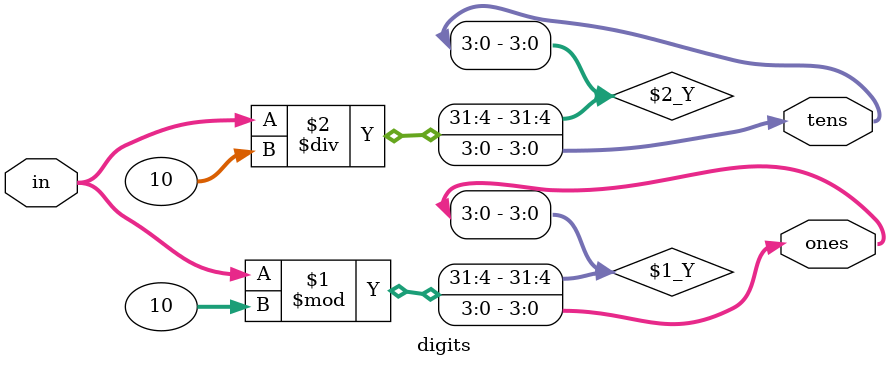
<source format=v>
module digits (
	input [5:0] in,
	output [3:0] ones,
	output [3:0] tens
);

assign ones = in % 10;
assign tens = in / 10;

endmodule

</source>
